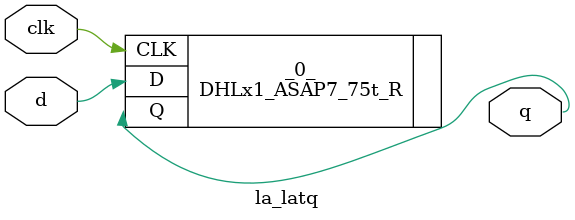
<source format=v>

/* Generated by Yosys 0.44 (git sha1 80ba43d26, g++ 11.4.0-1ubuntu1~22.04 -fPIC -O3) */

(* top =  1  *)
(* src = "inputs/la_latq.v:10.1-20.10" *)
module la_latq (
    d,
    clk,
    q
);
  (* src = "inputs/la_latq.v:14.16-14.19" *)
  input clk;
  wire clk;
  (* src = "inputs/la_latq.v:13.16-13.17" *)
  input d;
  wire d;
  (* src = "inputs/la_latq.v:15.16-15.17" *)
  output q;
  wire q;
  (* module_not_derived = 32'b00000000000000000000000000000001 *)
      (* src = "inputs/la_latq.v:18.5-18.40|/home/pgadfort/.sc/cache/lambdapdk-v0.1.33/lambdapdk/asap7/libs/asap7sc7p5t_rvt/techmap/yosys/cells_latch.v:2.23-6.10" *)
  DHLx1_ASAP7_75t_R _0_ (
      .CLK(clk),
      .D  (d),
      .Q  (q)
  );
endmodule

</source>
